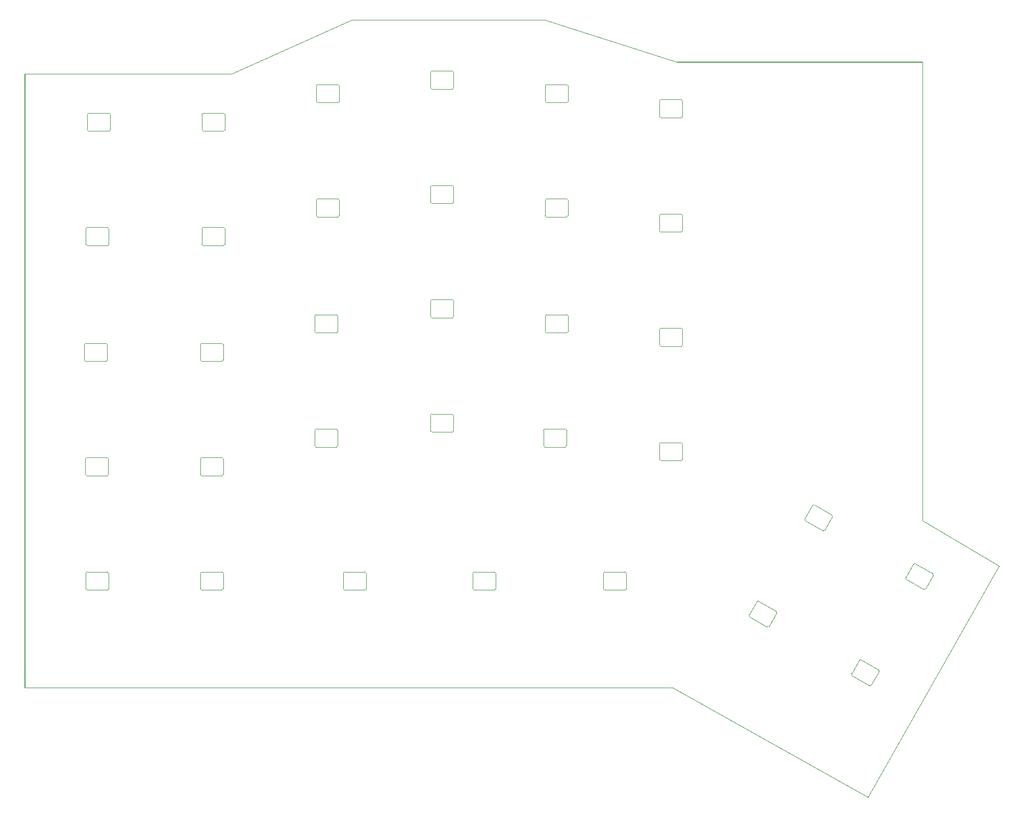
<source format=gbr>
%TF.GenerationSoftware,KiCad,Pcbnew,9.0.0*%
%TF.CreationDate,2025-08-26T18:36:53+02:00*%
%TF.ProjectId,keyboard,6b657962-6f61-4726-942e-6b696361645f,rev?*%
%TF.SameCoordinates,Original*%
%TF.FileFunction,Profile,NP*%
%FSLAX46Y46*%
G04 Gerber Fmt 4.6, Leading zero omitted, Abs format (unit mm)*
G04 Created by KiCad (PCBNEW 9.0.0) date 2025-08-26 18:36:53*
%MOMM*%
%LPD*%
G01*
G04 APERTURE LIST*
%TA.AperFunction,Profile*%
%ADD10C,0.100000*%
%TD*%
%TA.AperFunction,Profile*%
%ADD11C,0.200000*%
%TD*%
%TA.AperFunction,Profile*%
%ADD12C,0.120000*%
%TD*%
G04 APERTURE END LIST*
D10*
X234000000Y-137000000D02*
X266000000Y-137000000D01*
X179750000Y-146000000D02*
X214000000Y-146000000D01*
D11*
X179750000Y-248000000D02*
X179750000Y-146000000D01*
D10*
X341500000Y-227750000D02*
X319699520Y-266221434D01*
X214000000Y-146000000D02*
X234000000Y-137000000D01*
X341500000Y-227750000D02*
X328750000Y-220250000D01*
D11*
X288000000Y-144000000D02*
X328750000Y-144000000D01*
D10*
X328750000Y-144000000D02*
X328750000Y-220250000D01*
X287250000Y-248000000D02*
X319699520Y-266221434D01*
X266000000Y-137000000D02*
X288000000Y-144000000D01*
X179750000Y-248000000D02*
X287250000Y-248000000D01*
D12*
%TO.C,D25*%
X309277757Y-220199038D02*
X312222243Y-221899038D01*
X310504552Y-217674167D02*
X309204552Y-219925833D01*
X312495448Y-221825833D02*
X313795448Y-219574167D01*
X313722243Y-219300962D02*
X310777757Y-217600962D01*
X309277757Y-220199038D02*
G75*
G02*
X309204552Y-219925833I100000J173205D01*
G01*
X310504552Y-217674167D02*
G75*
G02*
X310777757Y-217600962I173205J-100000D01*
G01*
X312495448Y-221825833D02*
G75*
G02*
X312222243Y-221899038I-173205J100001D01*
G01*
X313722243Y-219300962D02*
G75*
G02*
X313795448Y-219574167I-100001J-173205D01*
G01*
%TO.C,D2*%
X266100000Y-147950000D02*
X266100000Y-150550000D01*
X266300000Y-150750000D02*
X269700000Y-150750000D01*
X269700000Y-147750000D02*
X266300000Y-147750000D01*
X269900000Y-150550000D02*
X269900000Y-147950000D01*
X266100000Y-147950000D02*
G75*
G02*
X266300000Y-147750000I200000J0D01*
G01*
X266300000Y-150750000D02*
G75*
G02*
X266100000Y-150550000I0J200000D01*
G01*
X269700000Y-147750000D02*
G75*
G02*
X269900000Y-147950000I-1J-200001D01*
G01*
X269900000Y-150550000D02*
G75*
G02*
X269700000Y-150750000I-200001J1D01*
G01*
%TO.C,D27*%
X317027757Y-245949038D02*
X319972243Y-247649038D01*
X318254552Y-243424167D02*
X316954552Y-245675833D01*
X320245448Y-247575833D02*
X321545448Y-245324167D01*
X321472243Y-245050962D02*
X318527757Y-243350962D01*
X317027757Y-245949038D02*
G75*
G02*
X316954552Y-245675833I100000J173205D01*
G01*
X318254552Y-243424167D02*
G75*
G02*
X318527757Y-243350962I173205J-100000D01*
G01*
X320245448Y-247575833D02*
G75*
G02*
X319972243Y-247649038I-173205J100001D01*
G01*
X321472243Y-245050962D02*
G75*
G02*
X321545448Y-245324167I-100001J-173205D01*
G01*
%TO.C,D33*%
X189850000Y-228950000D02*
X189850000Y-231550000D01*
X190050000Y-231750000D02*
X193450000Y-231750000D01*
X193450000Y-228750000D02*
X190050000Y-228750000D01*
X193650000Y-231550000D02*
X193650000Y-228950000D01*
X189850000Y-228950000D02*
G75*
G02*
X190050000Y-228750000I200000J0D01*
G01*
X190050000Y-231750000D02*
G75*
G02*
X189850000Y-231550000I0J200000D01*
G01*
X193450000Y-228750000D02*
G75*
G02*
X193650000Y-228950000I-1J-200001D01*
G01*
X193650000Y-231550000D02*
G75*
G02*
X193450000Y-231750000I-200001J1D01*
G01*
%TO.C,D28*%
X300027757Y-236199038D02*
X302972243Y-237899038D01*
X301254552Y-233674167D02*
X299954552Y-235925833D01*
X303245448Y-237825833D02*
X304545448Y-235574167D01*
X304472243Y-235300962D02*
X301527757Y-233600962D01*
X300027757Y-236199038D02*
G75*
G02*
X299954552Y-235925833I100000J173205D01*
G01*
X301254552Y-233674167D02*
G75*
G02*
X301527757Y-233600962I173205J-100000D01*
G01*
X303245448Y-237825833D02*
G75*
G02*
X302972243Y-237899038I-173205J100001D01*
G01*
X304472243Y-235300962D02*
G75*
G02*
X304545448Y-235574167I-100001J-173205D01*
G01*
%TO.C,D32*%
X208850000Y-228950000D02*
X208850000Y-231550000D01*
X209050000Y-231750000D02*
X212450000Y-231750000D01*
X212450000Y-228750000D02*
X209050000Y-228750000D01*
X212650000Y-231550000D02*
X212650000Y-228950000D01*
X208850000Y-228950000D02*
G75*
G02*
X209050000Y-228750000I200000J0D01*
G01*
X209050000Y-231750000D02*
G75*
G02*
X208850000Y-231550000I0J200000D01*
G01*
X212450000Y-228750000D02*
G75*
G02*
X212650000Y-228950000I-1J-200001D01*
G01*
X212650000Y-231550000D02*
G75*
G02*
X212450000Y-231750000I-200001J1D01*
G01*
%TO.C,D31*%
X232600000Y-228950000D02*
X232600000Y-231550000D01*
X232800000Y-231750000D02*
X236200000Y-231750000D01*
X236200000Y-228750000D02*
X232800000Y-228750000D01*
X236400000Y-231550000D02*
X236400000Y-228950000D01*
X232600000Y-228950000D02*
G75*
G02*
X232800000Y-228750000I200000J0D01*
G01*
X232800000Y-231750000D02*
G75*
G02*
X232600000Y-231550000I0J200000D01*
G01*
X236200000Y-228750000D02*
G75*
G02*
X236400000Y-228950000I-1J-200001D01*
G01*
X236400000Y-231550000D02*
G75*
G02*
X236200000Y-231750000I-200001J1D01*
G01*
%TO.C,D3*%
X247100000Y-145700000D02*
X247100000Y-148300000D01*
X247300000Y-148500000D02*
X250700000Y-148500000D01*
X250700000Y-145500000D02*
X247300000Y-145500000D01*
X250900000Y-148300000D02*
X250900000Y-145700000D01*
X247100000Y-145700000D02*
G75*
G02*
X247300000Y-145500000I200000J0D01*
G01*
X247300000Y-148500000D02*
G75*
G02*
X247100000Y-148300000I0J200000D01*
G01*
X250700000Y-145500000D02*
G75*
G02*
X250900000Y-145700000I-1J-200001D01*
G01*
X250900000Y-148300000D02*
G75*
G02*
X250700000Y-148500000I-200001J1D01*
G01*
%TO.C,D12*%
X285100000Y-169450000D02*
X285100000Y-172050000D01*
X285300000Y-172250000D02*
X288700000Y-172250000D01*
X288700000Y-169250000D02*
X285300000Y-169250000D01*
X288900000Y-172050000D02*
X288900000Y-169450000D01*
X285100000Y-169450000D02*
G75*
G02*
X285300000Y-169250000I200000J0D01*
G01*
X285300000Y-172250000D02*
G75*
G02*
X285100000Y-172050000I0J200000D01*
G01*
X288700000Y-169250000D02*
G75*
G02*
X288900000Y-169450000I-1J-200001D01*
G01*
X288900000Y-172050000D02*
G75*
G02*
X288700000Y-172250000I-200001J1D01*
G01*
%TO.C,D15*%
X247100000Y-183700000D02*
X247100000Y-186300000D01*
X247300000Y-186500000D02*
X250700000Y-186500000D01*
X250700000Y-183500000D02*
X247300000Y-183500000D01*
X250900000Y-186300000D02*
X250900000Y-183700000D01*
X247100000Y-183700000D02*
G75*
G02*
X247300000Y-183500000I200000J0D01*
G01*
X247300000Y-186500000D02*
G75*
G02*
X247100000Y-186300000I0J200000D01*
G01*
X250700000Y-183500000D02*
G75*
G02*
X250900000Y-183700000I-1J-200001D01*
G01*
X250900000Y-186300000D02*
G75*
G02*
X250700000Y-186500000I-200001J1D01*
G01*
%TO.C,D1*%
X285100000Y-150450000D02*
X285100000Y-153050000D01*
X285300000Y-153250000D02*
X288700000Y-153250000D01*
X288700000Y-150250000D02*
X285300000Y-150250000D01*
X288900000Y-153050000D02*
X288900000Y-150450000D01*
X285100000Y-150450000D02*
G75*
G02*
X285300000Y-150250000I200000J0D01*
G01*
X285300000Y-153250000D02*
G75*
G02*
X285100000Y-153050000I0J200000D01*
G01*
X288700000Y-150250000D02*
G75*
G02*
X288900000Y-150450000I-1J-200001D01*
G01*
X288900000Y-153050000D02*
G75*
G02*
X288700000Y-153250000I-200001J1D01*
G01*
%TO.C,D16*%
X227850000Y-186200000D02*
X227850000Y-188800000D01*
X228050000Y-189000000D02*
X231450000Y-189000000D01*
X231450000Y-186000000D02*
X228050000Y-186000000D01*
X231650000Y-188800000D02*
X231650000Y-186200000D01*
X227850000Y-186200000D02*
G75*
G02*
X228050000Y-186000000I200000J0D01*
G01*
X228050000Y-189000000D02*
G75*
G02*
X227850000Y-188800000I0J200000D01*
G01*
X231450000Y-186000000D02*
G75*
G02*
X231650000Y-186200000I-1J-200001D01*
G01*
X231650000Y-188800000D02*
G75*
G02*
X231450000Y-189000000I-200001J1D01*
G01*
%TO.C,D18*%
X189600000Y-190950000D02*
X189600000Y-193550000D01*
X189800000Y-193750000D02*
X193200000Y-193750000D01*
X193200000Y-190750000D02*
X189800000Y-190750000D01*
X193400000Y-193550000D02*
X193400000Y-190950000D01*
X189600000Y-190950000D02*
G75*
G02*
X189800000Y-190750000I200000J0D01*
G01*
X189800000Y-193750000D02*
G75*
G02*
X189600000Y-193550000I0J200000D01*
G01*
X193200000Y-190750000D02*
G75*
G02*
X193400000Y-190950000I-1J-200001D01*
G01*
X193400000Y-193550000D02*
G75*
G02*
X193200000Y-193750000I-200001J1D01*
G01*
%TO.C,D29*%
X275775000Y-228950000D02*
X275775000Y-231550000D01*
X275975000Y-231750000D02*
X279375000Y-231750000D01*
X279375000Y-228750000D02*
X275975000Y-228750000D01*
X279575000Y-231550000D02*
X279575000Y-228950000D01*
X275775000Y-228950000D02*
G75*
G02*
X275975000Y-228750000I200000J0D01*
G01*
X275975000Y-231750000D02*
G75*
G02*
X275775000Y-231550000I0J200000D01*
G01*
X279375000Y-228750000D02*
G75*
G02*
X279575000Y-228950000I-1J-200001D01*
G01*
X279575000Y-231550000D02*
G75*
G02*
X279375000Y-231750000I-200001J1D01*
G01*
%TO.C,D13*%
X285100000Y-188450000D02*
X285100000Y-191050000D01*
X285300000Y-191250000D02*
X288700000Y-191250000D01*
X288700000Y-188250000D02*
X285300000Y-188250000D01*
X288900000Y-191050000D02*
X288900000Y-188450000D01*
X285100000Y-188450000D02*
G75*
G02*
X285300000Y-188250000I200000J0D01*
G01*
X285300000Y-191250000D02*
G75*
G02*
X285100000Y-191050000I0J200000D01*
G01*
X288700000Y-188250000D02*
G75*
G02*
X288900000Y-188450000I-1J-200001D01*
G01*
X288900000Y-191050000D02*
G75*
G02*
X288700000Y-191250000I-200001J1D01*
G01*
%TO.C,D6*%
X190100000Y-152700000D02*
X190100000Y-155300000D01*
X190300000Y-155500000D02*
X193700000Y-155500000D01*
X193700000Y-152500000D02*
X190300000Y-152500000D01*
X193900000Y-155300000D02*
X193900000Y-152700000D01*
X190100000Y-152700000D02*
G75*
G02*
X190300000Y-152500000I200000J0D01*
G01*
X190300000Y-155500000D02*
G75*
G02*
X190100000Y-155300000I0J200000D01*
G01*
X193700000Y-152500000D02*
G75*
G02*
X193900000Y-152700000I-1J-200001D01*
G01*
X193900000Y-155300000D02*
G75*
G02*
X193700000Y-155500000I-200001J1D01*
G01*
%TO.C,D21*%
X227850000Y-205200000D02*
X227850000Y-207800000D01*
X228050000Y-208000000D02*
X231450000Y-208000000D01*
X231450000Y-205000000D02*
X228050000Y-205000000D01*
X231650000Y-207800000D02*
X231650000Y-205200000D01*
X227850000Y-205200000D02*
G75*
G02*
X228050000Y-205000000I200000J0D01*
G01*
X228050000Y-208000000D02*
G75*
G02*
X227850000Y-207800000I0J200000D01*
G01*
X231450000Y-205000000D02*
G75*
G02*
X231650000Y-205200000I-1J-200001D01*
G01*
X231650000Y-207800000D02*
G75*
G02*
X231450000Y-208000000I-200001J1D01*
G01*
%TO.C,D4*%
X228100000Y-147950000D02*
X228100000Y-150550000D01*
X228300000Y-150750000D02*
X231700000Y-150750000D01*
X231700000Y-147750000D02*
X228300000Y-147750000D01*
X231900000Y-150550000D02*
X231900000Y-147950000D01*
X228100000Y-147950000D02*
G75*
G02*
X228300000Y-147750000I200000J0D01*
G01*
X228300000Y-150750000D02*
G75*
G02*
X228100000Y-150550000I0J200000D01*
G01*
X231700000Y-147750000D02*
G75*
G02*
X231900000Y-147950000I-1J-200001D01*
G01*
X231900000Y-150550000D02*
G75*
G02*
X231700000Y-150750000I-200001J1D01*
G01*
%TO.C,D26*%
X326027757Y-229949038D02*
X328972243Y-231649038D01*
X327254552Y-227424167D02*
X325954552Y-229675833D01*
X329245448Y-231575833D02*
X330545448Y-229324167D01*
X330472243Y-229050962D02*
X327527757Y-227350962D01*
X326027757Y-229949038D02*
G75*
G02*
X325954552Y-229675833I100000J173205D01*
G01*
X327254552Y-227424167D02*
G75*
G02*
X327527757Y-227350962I173205J-100000D01*
G01*
X329245448Y-231575833D02*
G75*
G02*
X328972243Y-231649038I-173205J100001D01*
G01*
X330472243Y-229050962D02*
G75*
G02*
X330545448Y-229324167I-100001J-173205D01*
G01*
%TO.C,D20*%
X208850000Y-209950000D02*
X208850000Y-212550000D01*
X209050000Y-212750000D02*
X212450000Y-212750000D01*
X212450000Y-209750000D02*
X209050000Y-209750000D01*
X212650000Y-212550000D02*
X212650000Y-209950000D01*
X208850000Y-209950000D02*
G75*
G02*
X209050000Y-209750000I200000J0D01*
G01*
X209050000Y-212750000D02*
G75*
G02*
X208850000Y-212550000I0J200000D01*
G01*
X212450000Y-209750000D02*
G75*
G02*
X212650000Y-209950000I-1J-200001D01*
G01*
X212650000Y-212550000D02*
G75*
G02*
X212450000Y-212750000I-200001J1D01*
G01*
%TO.C,D17*%
X208850000Y-190950000D02*
X208850000Y-193550000D01*
X209050000Y-193750000D02*
X212450000Y-193750000D01*
X212450000Y-190750000D02*
X209050000Y-190750000D01*
X212650000Y-193550000D02*
X212650000Y-190950000D01*
X208850000Y-190950000D02*
G75*
G02*
X209050000Y-190750000I200000J0D01*
G01*
X209050000Y-193750000D02*
G75*
G02*
X208850000Y-193550000I0J200000D01*
G01*
X212450000Y-190750000D02*
G75*
G02*
X212650000Y-190950000I-1J-200001D01*
G01*
X212650000Y-193550000D02*
G75*
G02*
X212450000Y-193750000I-200001J1D01*
G01*
%TO.C,D5*%
X209100000Y-152700000D02*
X209100000Y-155300000D01*
X209300000Y-155500000D02*
X212700000Y-155500000D01*
X212700000Y-152500000D02*
X209300000Y-152500000D01*
X212900000Y-155300000D02*
X212900000Y-152700000D01*
X209100000Y-152700000D02*
G75*
G02*
X209300000Y-152500000I200000J0D01*
G01*
X209300000Y-155500000D02*
G75*
G02*
X209100000Y-155300000I0J200000D01*
G01*
X212700000Y-152500000D02*
G75*
G02*
X212900000Y-152700000I-1J-200001D01*
G01*
X212900000Y-155300000D02*
G75*
G02*
X212700000Y-155500000I-200001J1D01*
G01*
%TO.C,D11*%
X266100000Y-166950000D02*
X266100000Y-169550000D01*
X266300000Y-169750000D02*
X269700000Y-169750000D01*
X269700000Y-166750000D02*
X266300000Y-166750000D01*
X269900000Y-169550000D02*
X269900000Y-166950000D01*
X266100000Y-166950000D02*
G75*
G02*
X266300000Y-166750000I200000J0D01*
G01*
X266300000Y-169750000D02*
G75*
G02*
X266100000Y-169550000I0J200000D01*
G01*
X269700000Y-166750000D02*
G75*
G02*
X269900000Y-166950000I-1J-200001D01*
G01*
X269900000Y-169550000D02*
G75*
G02*
X269700000Y-169750000I-200001J1D01*
G01*
%TO.C,D30*%
X254100000Y-228950000D02*
X254100000Y-231550000D01*
X254300000Y-231750000D02*
X257700000Y-231750000D01*
X257700000Y-228750000D02*
X254300000Y-228750000D01*
X257900000Y-231550000D02*
X257900000Y-228950000D01*
X254100000Y-228950000D02*
G75*
G02*
X254300000Y-228750000I200000J0D01*
G01*
X254300000Y-231750000D02*
G75*
G02*
X254100000Y-231550000I0J200000D01*
G01*
X257700000Y-228750000D02*
G75*
G02*
X257900000Y-228950000I-1J-200001D01*
G01*
X257900000Y-231550000D02*
G75*
G02*
X257700000Y-231750000I-200001J1D01*
G01*
%TO.C,D8*%
X209100000Y-171700000D02*
X209100000Y-174300000D01*
X209300000Y-174500000D02*
X212700000Y-174500000D01*
X212700000Y-171500000D02*
X209300000Y-171500000D01*
X212900000Y-174300000D02*
X212900000Y-171700000D01*
X209100000Y-171700000D02*
G75*
G02*
X209300000Y-171500000I200000J0D01*
G01*
X209300000Y-174500000D02*
G75*
G02*
X209100000Y-174300000I0J200000D01*
G01*
X212700000Y-171500000D02*
G75*
G02*
X212900000Y-171700000I-1J-200001D01*
G01*
X212900000Y-174300000D02*
G75*
G02*
X212700000Y-174500000I-200001J1D01*
G01*
%TO.C,D7*%
X189850000Y-171700000D02*
X189850000Y-174300000D01*
X190050000Y-174500000D02*
X193450000Y-174500000D01*
X193450000Y-171500000D02*
X190050000Y-171500000D01*
X193650000Y-174300000D02*
X193650000Y-171700000D01*
X189850000Y-171700000D02*
G75*
G02*
X190050000Y-171500000I200000J0D01*
G01*
X190050000Y-174500000D02*
G75*
G02*
X189850000Y-174300000I0J200000D01*
G01*
X193450000Y-171500000D02*
G75*
G02*
X193650000Y-171700000I-1J-200001D01*
G01*
X193650000Y-174300000D02*
G75*
G02*
X193450000Y-174500000I-200001J1D01*
G01*
%TO.C,D10*%
X247100000Y-164700000D02*
X247100000Y-167300000D01*
X247300000Y-167500000D02*
X250700000Y-167500000D01*
X250700000Y-164500000D02*
X247300000Y-164500000D01*
X250900000Y-167300000D02*
X250900000Y-164700000D01*
X247100000Y-164700000D02*
G75*
G02*
X247300000Y-164500000I200000J0D01*
G01*
X247300000Y-167500000D02*
G75*
G02*
X247100000Y-167300000I0J200000D01*
G01*
X250700000Y-164500000D02*
G75*
G02*
X250900000Y-164700000I-1J-200001D01*
G01*
X250900000Y-167300000D02*
G75*
G02*
X250700000Y-167500000I-200001J1D01*
G01*
%TO.C,D22*%
X247100000Y-202700000D02*
X247100000Y-205300000D01*
X247300000Y-205500000D02*
X250700000Y-205500000D01*
X250700000Y-202500000D02*
X247300000Y-202500000D01*
X250900000Y-205300000D02*
X250900000Y-202700000D01*
X247100000Y-202700000D02*
G75*
G02*
X247300000Y-202500000I200000J0D01*
G01*
X247300000Y-205500000D02*
G75*
G02*
X247100000Y-205300000I0J200000D01*
G01*
X250700000Y-202500000D02*
G75*
G02*
X250900000Y-202700000I-1J-200001D01*
G01*
X250900000Y-205300000D02*
G75*
G02*
X250700000Y-205500000I-200001J1D01*
G01*
%TO.C,D14*%
X266100000Y-186200000D02*
X266100000Y-188800000D01*
X266300000Y-189000000D02*
X269700000Y-189000000D01*
X269700000Y-186000000D02*
X266300000Y-186000000D01*
X269900000Y-188800000D02*
X269900000Y-186200000D01*
X266100000Y-186200000D02*
G75*
G02*
X266300000Y-186000000I200000J0D01*
G01*
X266300000Y-189000000D02*
G75*
G02*
X266100000Y-188800000I0J200000D01*
G01*
X269700000Y-186000000D02*
G75*
G02*
X269900000Y-186200000I-1J-200001D01*
G01*
X269900000Y-188800000D02*
G75*
G02*
X269700000Y-189000000I-200001J1D01*
G01*
%TO.C,D9*%
X228100000Y-166950000D02*
X228100000Y-169550000D01*
X228300000Y-169750000D02*
X231700000Y-169750000D01*
X231700000Y-166750000D02*
X228300000Y-166750000D01*
X231900000Y-169550000D02*
X231900000Y-166950000D01*
X228100000Y-166950000D02*
G75*
G02*
X228300000Y-166750000I200000J0D01*
G01*
X228300000Y-169750000D02*
G75*
G02*
X228100000Y-169550000I0J200000D01*
G01*
X231700000Y-166750000D02*
G75*
G02*
X231900000Y-166950000I-1J-200001D01*
G01*
X231900000Y-169550000D02*
G75*
G02*
X231700000Y-169750000I-200001J1D01*
G01*
%TO.C,D24*%
X285100000Y-207450000D02*
X285100000Y-210050000D01*
X285300000Y-210250000D02*
X288700000Y-210250000D01*
X288700000Y-207250000D02*
X285300000Y-207250000D01*
X288900000Y-210050000D02*
X288900000Y-207450000D01*
X285100000Y-207450000D02*
G75*
G02*
X285300000Y-207250000I200000J0D01*
G01*
X285300000Y-210250000D02*
G75*
G02*
X285100000Y-210050000I0J200000D01*
G01*
X288700000Y-207250000D02*
G75*
G02*
X288900000Y-207450000I-1J-200001D01*
G01*
X288900000Y-210050000D02*
G75*
G02*
X288700000Y-210250000I-200001J1D01*
G01*
%TO.C,D19*%
X189775000Y-209950000D02*
X189775000Y-212550000D01*
X189975000Y-212750000D02*
X193375000Y-212750000D01*
X193375000Y-209750000D02*
X189975000Y-209750000D01*
X193575000Y-212550000D02*
X193575000Y-209950000D01*
X189775000Y-209950000D02*
G75*
G02*
X189975000Y-209750000I200000J0D01*
G01*
X189975000Y-212750000D02*
G75*
G02*
X189775000Y-212550000I0J200000D01*
G01*
X193375000Y-209750000D02*
G75*
G02*
X193575000Y-209950000I-1J-200001D01*
G01*
X193575000Y-212550000D02*
G75*
G02*
X193375000Y-212750000I-200001J1D01*
G01*
%TO.C,D23*%
X265850000Y-205200000D02*
X265850000Y-207800000D01*
X266050000Y-208000000D02*
X269450000Y-208000000D01*
X269450000Y-205000000D02*
X266050000Y-205000000D01*
X269650000Y-207800000D02*
X269650000Y-205200000D01*
X265850000Y-205200000D02*
G75*
G02*
X266050000Y-205000000I200000J0D01*
G01*
X266050000Y-208000000D02*
G75*
G02*
X265850000Y-207800000I0J200000D01*
G01*
X269450000Y-205000000D02*
G75*
G02*
X269650000Y-205200000I-1J-200001D01*
G01*
X269650000Y-207800000D02*
G75*
G02*
X269450000Y-208000000I-200001J1D01*
G01*
%TD*%
M02*

</source>
